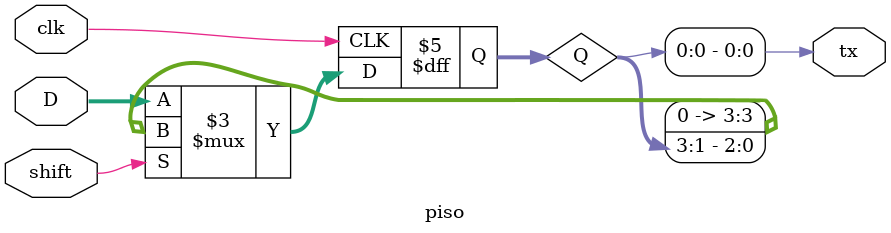
<source format=v>

module piso(
    output tx,
    input clk,
    input [3:0] D,
    input shift
);

    reg [3:0] Q;

    always @(posedge clk) begin
        if(shift) Q<={1'b0, Q[3:1]};
        else Q<=D;
    end

    assign tx=Q[0];

endmodule
</source>
